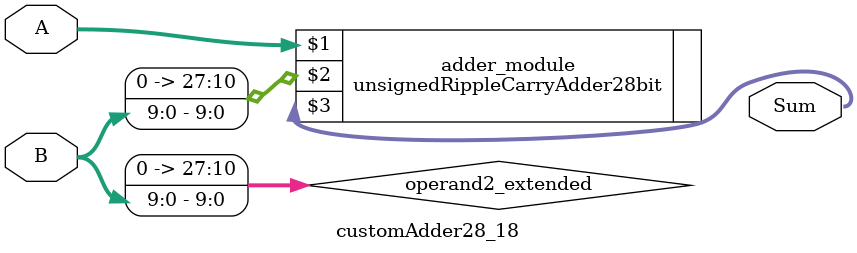
<source format=v>

module customAdder28_18(
                    input [27 : 0] A,
                    input [9 : 0] B,
                    
                    output [28 : 0] Sum
            );

    wire [27 : 0] operand2_extended;
    
    assign operand2_extended =  {18'b0, B};
    
    unsignedRippleCarryAdder28bit adder_module(
        A,
        operand2_extended,
        Sum
    );
    
endmodule
        
</source>
